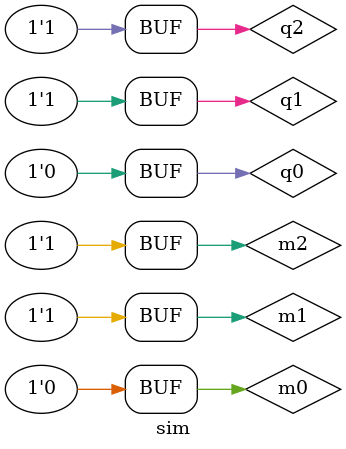
<source format=v>
`timescale 1ns / 1ps


module sim(
    );
    reg  m0,m1,m2,q0,q1,q2;
    wire p0,p1,p2,p3,p4,p5;
    multi u1(m0,m1,m2,q0,q1,q2,p0,p1,p2,p3,p4,p5);
    initial
    begin
        m0 = 1'b0;
        m1 = 1'b0;
        m2 = 1'b1;
        q0 = 1'b0;
        q1 = 1'b0;
        q2 = 1'b1;
        #100
        m0 = 1'b0;
        m1 = 1'b1;
        m2 = 1'b0;
        q0 = 1'b1;
        q1 = 1'b0;
        q2 = 1'b0;
        #100
        m0 = 1'b1;
        m1 = 1'b1;
        m2 = 1'b0;
        q0 = 1'b0;
        q1 = 1'b1;
        q2 = 1'b0;
        #100
        m0 = 1'b0;
        m1 = 1'b1;
        m2 = 1'b1;
        q0 = 1'b0;
        q1 = 1'b1;
        q2 = 1'b1;
    end
endmodule

</source>
